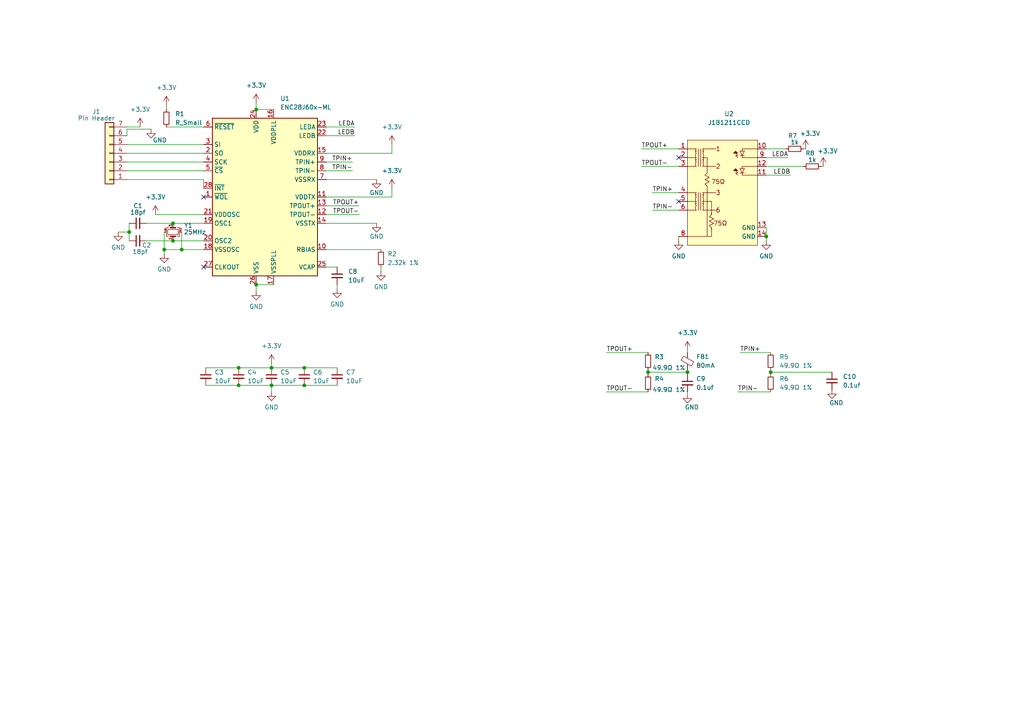
<source format=kicad_sch>
(kicad_sch (version 20211123) (generator eeschema)
  (paper "A4")
  (lib_symbols
    (symbol "Connector_Generic:Conn_01x07" (pin_names (offset 1.016) hide)
      (property "Reference" "J" (at 0 10.16 0))
      (property "Value" "Conn_01x07" (at 0 -10.16 0))
      (symbol "Conn_01x07_1_1"
        (rectangle (start -1.27 -7.493) (end 0 -7.747) (stroke (width 0.1524)))
        (rectangle (start -1.27 -4.953) (end 0 -5.207) (stroke (width 0.1524)))
        (rectangle (start -1.27 -2.413) (end 0 -2.667) (stroke (width 0.1524)))
        (rectangle (start -1.27 0.127) (end 0 -0.127) (stroke (width 0.1524)))
        (rectangle (start -1.27 2.667) (end 0 2.413) (stroke (width 0.1524)))
        (rectangle (start -1.27 5.207) (end 0 4.953) (stroke (width 0.1524)))
        (rectangle (start -1.27 7.747) (end 0 7.493) (stroke (width 0.1524)))
        (rectangle (start -1.27 8.89) (end 1.27 -8.89) (stroke (width 0.254)) (fill (type background)))
        (pin passive line (at -5.08 7.62 0) (length 3.81) (name "Pin_1") (number "1"))
        (pin passive line (at -5.08 5.08 0) (length 3.81) (name "Pin_2") (number "2"))
        (pin passive line (at -5.08 2.54 0) (length 3.81) (name "Pin_3") (number "3"))
        (pin passive line (at -5.08 0 0) (length 3.81) (name "Pin_4") (number "4"))
        (pin passive line (at -5.08 -2.54 0) (length 3.81) (name "Pin_5") (number "5"))
        (pin passive line (at -5.08 -5.08 0) (length 3.81) (name "Pin_6") (number "6"))
        (pin passive line (at -5.08 -7.62 0) (length 3.81) (name "Pin_7") (number "7"))
      )
    )
    (symbol "Device:C_Small" (pin_numbers hide) (pin_names (offset 0.254) hide)
      (property "Reference" "C" (at 0.254 1.778 0))
      (property "Value" "C_Small" (at 0.254 -2.032 0))
      (symbol "C_Small_0_1"
        (polyline (pts (xy -1.524 -0.508) (xy 1.524 -0.508)) (stroke (width 0.3302)))
        (polyline (pts (xy -1.524 0.508) (xy 1.524 0.508)) (stroke (width 0.3048)))
      )
      (symbol "C_Small_1_1"
        (pin passive line (at 0 2.54 270) (length 2.032) (name "~") (number "1"))
        (pin passive line (at 0 -2.54 90) (length 2.032) (name "~") (number "2"))
      )
    )
    (symbol "Device:Crystal_GND24_Small" (pin_names (offset 1.016) hide)
      (property "Reference" "Y" (at 1.27 4.445 0))
      (property "Value" "Crystal_GND24_Small" (at 1.27 2.54 0))
      (symbol "Crystal_GND24_Small_0_1"
        (rectangle (start -0.762 -1.524) (end 0.762 1.524))
        (polyline (pts (xy -1.27 -0.762) (xy -1.27 0.762)) (stroke (width 0.381)))
        (polyline (pts (xy 1.27 -0.762) (xy 1.27 0.762)) (stroke (width 0.381)))
        (polyline (pts (xy -1.27 -1.27) (xy -1.27 -1.905) (xy 1.27 -1.905) (xy 1.27 -1.27)))
        (polyline (pts (xy -1.27 1.27) (xy -1.27 1.905) (xy 1.27 1.905) (xy 1.27 1.27)))
      )
      (symbol "Crystal_GND24_Small_1_1"
        (pin passive line (at -2.54 0 0) (length 1.27) (name "1") (number "1"))
        (pin passive line (at 0 -2.54 90) (length 0.635) (name "2") (number "2"))
        (pin passive line (at 2.54 0 180) (length 1.27) (name "3") (number "3"))
        (pin passive line (at 0 2.54 270) (length 0.635) (name "4") (number "4"))
      )
    )
    (symbol "Device:FerriteBead_Small" (pin_numbers hide) (pin_names (offset 0))
      (property "Reference" "FB" (at 1.905 1.27 0))
      (property "Value" "FerriteBead_Small" (at 1.905 -1.27 0))
      (symbol "FerriteBead_Small_0_1"
        (polyline (pts (xy 0 -1.27) (xy 0 -0.7874)))
        (polyline (pts (xy 0 0.889) (xy 0 1.2954)))
        (polyline (pts (xy -1.8288 0.2794) (xy -1.1176 1.4986) (xy 1.8288 -0.2032) (xy 1.1176 -1.4224) (xy -1.8288 0.2794)))
      )
      (symbol "FerriteBead_Small_1_1"
        (pin passive line (at 0 2.54 270) (length 1.27) (name "~") (number "1"))
        (pin passive line (at 0 -2.54 90) (length 1.27) (name "~") (number "2"))
      )
    )
    (symbol "Device:R_Small" (pin_numbers hide) (pin_names (offset 0.254) hide)
      (property "Reference" "R" (at 0.762 0.508 0))
      (property "Value" "R_Small" (at 0.762 -1.016 0))
      (symbol "R_Small_0_1"
        (rectangle (start -0.762 1.778) (end 0.762 -1.778) (stroke (width 0.2032)))
      )
      (symbol "R_Small_1_1"
        (pin passive line (at 0 2.54 270) (length 0.762) (name "~") (number "1"))
        (pin passive line (at 0 -2.54 90) (length 0.762) (name "~") (number "2"))
      )
    )
    (symbol "Interface_Ethernet:ENC28J60x-ML"
      (property "Reference" "U" (at -13.97 24.13 0))
      (property "Value" "ENC28J60x-ML" (at 5.08 24.13 0))
      (symbol "ENC28J60x-ML_0_1"
        (rectangle (start -15.24 22.86) (end 15.24 -22.86) (stroke (width 0.254)) (fill (type background)))
      )
      (symbol "ENC28J60x-ML_1_1"
        (pin output line (at -17.78 0 0) (length 2.54) (name "~{WOL}") (number "1"))
        (pin input line (at 17.78 -15.24 180) (length 2.54) (name "RBIAS") (number "10"))
        (pin power_in line (at 17.78 0 180) (length 2.54) (name "VDDTX") (number "11"))
        (pin output line (at 17.78 -5.08 180) (length 2.54) (name "TPOUT-") (number "12"))
        (pin output line (at 17.78 -2.54 180) (length 2.54) (name "TPOUT+") (number "13"))
        (pin power_out line (at 17.78 -7.62 180) (length 2.54) (name "VSSTX") (number "14"))
        (pin power_in line (at 17.78 12.7 180) (length 2.54) (name "VDDRX") (number "15"))
        (pin power_in line (at 2.54 25.4 270) (length 2.54) (name "VDDPLL") (number "16"))
        (pin power_in line (at 2.54 -25.4 90) (length 2.54) (name "VSSPLL") (number "17"))
        (pin power_in line (at -17.78 -15.24 0) (length 2.54) (name "VSSOSC") (number "18"))
        (pin input line (at -17.78 -7.62 0) (length 2.54) (name "OSC1") (number "19"))
        (pin output line (at -17.78 12.7 0) (length 2.54) (name "SO") (number "2"))
        (pin output line (at -17.78 -12.7 0) (length 2.54) (name "OSC2") (number "20"))
        (pin power_in line (at -17.78 -5.08 0) (length 2.54) (name "VDDOSC") (number "21"))
        (pin output line (at 17.78 17.78 180) (length 2.54) (name "LEDB") (number "22"))
        (pin output line (at 17.78 20.32 180) (length 2.54) (name "LEDA") (number "23"))
        (pin power_in line (at -2.54 25.4 270) (length 2.54) (name "VDD") (number "24"))
        (pin input line (at 17.78 -20.32 180) (length 2.54) (name "VCAP") (number "25"))
        (pin power_in line (at -2.54 -25.4 90) (length 2.54) (name "VSS") (number "26"))
        (pin output line (at -17.78 -20.32 0) (length 2.54) (name "CLKOUT") (number "27"))
        (pin output line (at -17.78 2.54 0) (length 2.54) (name "~{INT}") (number "28"))
        (pin input line (at -17.78 15.24 0) (length 2.54) (name "SI") (number "3"))
        (pin input line (at -17.78 10.16 0) (length 2.54) (name "SCK") (number "4"))
        (pin input line (at -17.78 7.62 0) (length 2.54) (name "~{CS}") (number "5"))
        (pin input line (at -17.78 20.32 0) (length 2.54) (name "~{RESET}") (number "6"))
        (pin power_out line (at 17.78 5.08 180) (length 2.54) (name "VSSRX") (number "7"))
        (pin input line (at 17.78 7.62 180) (length 2.54) (name "TPIN-") (number "8"))
        (pin input line (at 17.78 10.16 180) (length 2.54) (name "TPIN+") (number "9"))
      )
    )
    (symbol "customParts:J1B1211CCD"
      (property "Reference" "U" (at -2.54 10.16 0))
      (property "Value" "J1B1211CCD" (at -2.54 10.16 0))
      (symbol "J1B1211CCD_0_0"
        (polyline (pts (xy 2.54 5.08) (xy 2.54 5.08)))
        (polyline (pts (xy 5.08 5.08) (xy 5.08 5.08)))
        (polyline (pts (xy 7.62 5.08) (xy 7.62 5.08)))
        (polyline (pts (xy 8.255 -11.43) (xy 8.255 -25.4)))
        (polyline (pts (xy 8.255 -2.54) (xy 8.255 -6.35)))
        (polyline (pts (xy 9.525 -19.05) (xy 9.525 -15.24)))
        (polyline (pts (xy 18.415 -6.985) (xy 17.78 -5.715)) (fill (type outline)))
        (polyline (pts (xy 18.415 -6.985) (xy 18.415 -7.62)))
        (polyline (pts (xy 18.415 -5.715) (xy 17.78 -5.715)))
        (polyline (pts (xy 18.415 -5.715) (xy 19.05 -5.715)))
        (polyline (pts (xy 18.415 -5.08) (xy 18.415 -5.715)))
        (polyline (pts (xy 18.415 -1.905) (xy 17.78 -0.635)) (fill (type outline)))
        (polyline (pts (xy 18.415 -1.905) (xy 18.415 -2.54)))
        (polyline (pts (xy 18.415 -0.635) (xy 17.78 -0.635)))
        (polyline (pts (xy 18.415 -0.635) (xy 19.05 -0.635)))
        (polyline (pts (xy 18.415 0) (xy 18.415 -0.635)))
        (polyline (pts (xy 19.05 -6.985) (xy 17.78 -6.985)))
        (polyline (pts (xy 19.05 -5.715) (xy 18.415 -6.985)))
        (polyline (pts (xy 19.05 -1.905) (xy 17.78 -1.905)))
        (polyline (pts (xy 19.05 -0.635) (xy 18.415 -1.905)))
        (polyline (pts (xy 22.86 -7.62) (xy 18.415 -7.62)))
        (polyline (pts (xy 22.86 -5.08) (xy 18.415 -5.08)))
        (polyline (pts (xy 22.86 -2.54) (xy 18.415 -2.54)))
        (polyline (pts (xy 22.86 0) (xy 18.415 0)))
        (polyline (pts (xy 26.67 -1.27) (xy 26.67 -1.27)))
        (polyline (pts (xy 2.54 -25.4) (xy 9.525 -25.4) (xy 9.525 -22.86)))
        (polyline (pts (xy 17.145 -7.62) (xy 16.51 -6.985) (xy 17.145 -6.985) (xy 16.51 -6.35)))
        (polyline (pts (xy 17.145 -2.54) (xy 16.51 -1.905) (xy 17.145 -1.905) (xy 16.51 -1.27)))
        (polyline (pts (xy 16.51 -6.35) (xy 17.145 -6.35) (xy 16.51 -5.715) (xy 15.875 -6.35) (xy 16.51 -6.35)) (fill (type outline)))
        (polyline (pts (xy 16.51 -1.27) (xy 17.145 -1.27) (xy 16.51 -0.635) (xy 15.875 -1.27) (xy 16.51 -1.27)) (fill (type outline)))
        (polyline (pts (xy 8.255 -6.35) (xy 8.255 -6.985) (xy 7.62 -7.62) (xy 8.89 -8.255) (xy 7.62 -8.89) (xy 8.89 -9.525) (xy 7.62 -10.16) (xy 8.255 -10.795) (xy 8.255 -11.43)))
        (polyline (pts (xy 9.525 -18.415) (xy 9.525 -19.05) (xy 8.89 -19.685) (xy 10.16 -20.32) (xy 8.89 -20.955) (xy 10.16 -21.59) (xy 8.89 -22.225) (xy 9.525 -22.86) (xy 9.525 -23.495)))
        (rectangle (start 2.54 2.54) (end 22.86 -27.94) (fill (type background)))
        (text "1" (at 11.43 0 0) (effects (font (size 1.27 1.27))))
        (text "2" (at 11.43 -5.08 0) (effects (font (size 1.27 1.27))))
        (text "3" (at 11.43 -12.7 0) (effects (font (size 1.27 1.27))))
        (text "6" (at 11.43 -17.78 0) (effects (font (size 1.27 1.27))))
        (text "75Ω" (at 11.43 -9.525 0) (effects (font (size 1.27 1.27))))
        (text "75Ω" (at 12.065 -21.59 0) (effects (font (size 1.27 1.27))))
        (pin input line (at 0 0 0) (length 2.54) (name "") (number "1"))
        (pin input line (at 25.4 0 180) (length 2.54) (name "") (number "10"))
        (pin output line (at 25.4 -7.62 180) (length 2.54) (name "") (number "11"))
        (pin input line (at 25.4 -5.08 180) (length 2.54) (name "") (number "12"))
        (pin power_in line (at 25.4 -22.86 180) (length 2.54) (name "GND") (number "13"))
        (pin power_in line (at 25.4 -25.4 180) (length 2.54) (name "GND") (number "14"))
        (pin input line (at 0 -2.54 0) (length 2.54) (name "") (number "2"))
        (pin input line (at 0 -5.08 0) (length 2.54) (name "") (number "3"))
        (pin input line (at 0 -12.7 0) (length 2.54) (name "") (number "4"))
        (pin input line (at 0 -15.24 0) (length 2.54) (name "") (number "5"))
        (pin input line (at 0 -17.78 0) (length 2.54) (name "") (number "6"))
        (pin power_in line (at 0 -25.4 0) (length 2.54) (name "") (number "8"))
        (pin output line (at 25.4 -2.54 180) (length 2.54) (name "") (number "9"))
      )
      (symbol "J1B1211CCD_0_1"
        (polyline (pts (xy 2.54 -17.78) (xy 5.08 -17.78)))
        (polyline (pts (xy 2.54 -5.08) (xy 5.08 -5.08)))
        (polyline (pts (xy 5.08 -15.24) (xy 2.54 -15.24)))
        (polyline (pts (xy 5.08 -12.7) (xy 2.54 -12.7)))
        (polyline (pts (xy 5.08 -2.54) (xy 2.54 -2.54)))
        (polyline (pts (xy 5.08 0) (xy 2.54 0)))
        (polyline (pts (xy 5.715 -12.7) (xy 5.715 -17.78)))
        (polyline (pts (xy 5.715 0) (xy 5.715 -5.08)))
        (polyline (pts (xy 6.35 -12.7) (xy 6.35 -17.78)))
        (polyline (pts (xy 6.35 0) (xy 6.35 -5.08)))
        (polyline (pts (xy 8.255 -2.54) (xy 6.985 -2.54)))
        (polyline (pts (xy 9.525 -17.78) (xy 6.985 -17.78)))
        (polyline (pts (xy 9.525 -15.24) (xy 6.985 -15.24)))
        (polyline (pts (xy 9.525 -12.7) (xy 6.985 -12.7)))
        (polyline (pts (xy 9.525 -5.08) (xy 6.985 -5.08)))
        (polyline (pts (xy 9.525 0) (xy 6.985 0)))
        (polyline (pts (xy 10.795 -17.78) (xy 9.525 -17.78)))
        (polyline (pts (xy 10.795 -12.7) (xy 9.525 -12.7)))
        (polyline (pts (xy 10.795 -5.08) (xy 9.525 -5.08)))
        (polyline (pts (xy 10.795 0) (xy 9.525 0)))
        (arc (start 5.08 -16.51) (mid 3.547 -17.145) (end 5.08 -17.78))
        (circle (center 5.08 -15.875) (radius 0.0001))
        (arc (start 5.08 -15.24) (mid 3.547 -15.875) (end 5.08 -16.51))
        (arc (start 5.08 -13.97) (mid 3.547 -14.605) (end 5.08 -15.24))
        (circle (center 5.08 -13.335) (radius 0.0001))
        (arc (start 5.08 -12.7) (mid 3.547 -13.335) (end 5.08 -13.97))
        (arc (start 5.08 -3.81) (mid 3.547 -4.445) (end 5.08 -5.08))
        (circle (center 5.08 -3.175) (radius 0.0001))
        (arc (start 5.08 -2.54) (mid 3.547 -3.175) (end 5.08 -3.81))
        (arc (start 5.08 -1.27) (mid 3.547 -1.905) (end 5.08 -2.54))
        (circle (center 5.08 -0.635) (radius 0.0001))
        (arc (start 5.08 0) (mid 3.547 -0.635) (end 5.08 -1.27))
        (arc (start 6.985 -17.78) (mid 8.518 -17.145) (end 6.985 -16.51))
        (arc (start 6.985 -16.51) (mid 8.518 -15.875) (end 6.985 -15.24))
        (circle (center 6.985 -15.875) (radius 0.0001))
        (arc (start 6.985 -15.24) (mid 8.518 -14.605) (end 6.985 -13.97))
        (arc (start 6.985 -13.97) (mid 8.518 -13.335) (end 6.985 -12.7))
        (circle (center 6.985 -13.335) (radius 0.0001))
        (arc (start 6.985 -5.08) (mid 8.518 -4.445) (end 6.985 -3.81))
        (arc (start 6.985 -3.81) (mid 8.518 -3.175) (end 6.985 -2.54))
        (circle (center 6.985 -3.175) (radius 0.0001))
        (arc (start 6.985 -2.54) (mid 8.518 -1.905) (end 6.985 -1.27))
        (arc (start 6.985 -1.27) (mid 8.518 -0.635) (end 6.985 0))
        (circle (center 6.985 -0.635) (radius 0.0001))
      )
    )
    (symbol "power:+3.3V" (power) (pin_names (offset 0))
      (property "Value" "+3.3V" (at 0 3.556 0))
      (symbol "+3.3V_0_1"
        (polyline (pts (xy -0.762 1.27) (xy 0 2.54)))
        (polyline (pts (xy 0 0) (xy 0 2.54)))
        (polyline (pts (xy 0 2.54) (xy 0.762 1.27)))
      )
      (symbol "+3.3V_1_1"
        (pin power_in line (at 0 0 90) (length 0) hide (name "+3.3V") (number "1"))
      )
    )
    (symbol "power:GND" (power) (pin_names (offset 0))
      (property "Value" "GND" (at 0 -3.81 0))
      (symbol "GND_0_1"
        (polyline (pts (xy 0 0) (xy 0 -1.27) (xy 1.27 -1.27) (xy 0 -2.54) (xy -1.27 -1.27) (xy 0 -1.27)))
      )
      (symbol "GND_1_1"
        (pin power_in line (at 0 0 270) (length 0) hide (name "GND") (number "1"))
      )
    )
  )
  (junction (at 52.705 72.39))
  (junction (at 47.625 72.39))
  (junction (at 88.265 106.68))
  (junction (at 78.74 106.68))
  (junction (at 74.295 82.55))
  (junction (at 50.165 69.85))
  (junction (at 50.165 64.77))
  (junction (at 199.39 107.95))
  (junction (at 187.96 107.95))
  (junction (at 74.295 31.75))
  (junction (at 223.52 107.95))
  (junction (at 69.215 111.76))
  (junction (at 69.215 106.68))
  (junction (at 37.465 67.31))
  (junction (at 78.74 111.76))
  (junction (at 88.265 111.76))
  (junction (at 222.25 68.58))
  (no_connect (at 196.85 45.72))
  (no_connect (at 196.85 58.42))
  (no_connect (at 59.055 77.47))
  (no_connect (at 59.055 57.15))
  (wire (pts (xy 36.83 52.07) (xy 59.055 52.07)))
  (wire (pts (xy 199.39 107.315) (xy 199.39 107.95)))
  (wire (pts (xy 78.74 105.41) (xy 78.74 106.68)))
  (wire (pts (xy 187.96 107.315) (xy 187.96 107.95)))
  (wire (pts (xy 222.25 68.58) (xy 222.25 69.85)))
  (wire (pts (xy 214.63 102.235) (xy 223.52 102.235)))
  (wire (pts (xy 223.52 107.95) (xy 241.3 107.95)))
  (wire (pts (xy 94.615 52.07) (xy 109.22 52.07)))
  (wire (pts (xy 222.25 50.8) (xy 229.235 50.8)))
  (wire (pts (xy 36.83 41.91) (xy 59.055 41.91)))
  (wire (pts (xy 233.045 43.18) (xy 233.68 43.18)))
  (wire (pts (xy 52.705 72.39) (xy 59.055 72.39)))
  (wire (pts (xy 34.29 67.31) (xy 37.465 67.31)))
  (wire (pts (xy 59.69 111.76) (xy 69.215 111.76)))
  (wire (pts (xy 196.85 68.58) (xy 196.85 69.85)))
  (wire (pts (xy 223.52 107.95) (xy 223.52 108.585)))
  (wire (pts (xy 94.615 64.77) (xy 109.22 64.77)))
  (wire (pts (xy 223.52 107.315) (xy 223.52 107.95)))
  (wire (pts (xy 97.79 82.55) (xy 97.79 83.82)))
  (wire (pts (xy 94.615 46.99) (xy 102.235 46.99)))
  (wire (pts (xy 88.265 106.68) (xy 97.79 106.68)))
  (wire (pts (xy 94.615 44.45) (xy 113.665 44.45)))
  (wire (pts (xy 42.545 64.77) (xy 50.165 64.77)))
  (wire (pts (xy 113.665 41.91) (xy 113.665 44.45)))
  (wire (pts (xy 199.39 114.3) (xy 199.39 113.665)))
  (wire (pts (xy 94.615 36.83) (xy 102.87 36.83)))
  (wire (pts (xy 222.25 45.72) (xy 228.6 45.72)))
  (wire (pts (xy 36.83 44.45) (xy 59.055 44.45)))
  (wire (pts (xy 36.83 49.53) (xy 59.055 49.53)))
  (wire (pts (xy 186.055 48.26) (xy 196.85 48.26)))
  (wire (pts (xy 74.295 82.55) (xy 79.375 82.55)))
  (wire (pts (xy 238.125 48.26) (xy 238.76 48.26)))
  (wire (pts (xy 94.615 39.37) (xy 102.87 39.37)))
  (wire (pts (xy 36.83 37.465) (xy 36.83 39.37)))
  (wire (pts (xy 199.39 101.6) (xy 199.39 102.235)))
  (wire (pts (xy 52.705 67.31) (xy 52.705 72.39)))
  (wire (pts (xy 199.39 107.95) (xy 199.39 108.585)))
  (wire (pts (xy 50.165 64.77) (xy 59.055 64.77)))
  (wire (pts (xy 74.295 31.75) (xy 79.375 31.75)))
  (wire (pts (xy 78.74 111.76) (xy 88.265 111.76)))
  (wire (pts (xy 37.465 64.77) (xy 37.465 67.31)))
  (wire (pts (xy 42.545 69.85) (xy 50.165 69.85)))
  (wire (pts (xy 88.265 111.76) (xy 97.79 111.76)))
  (wire (pts (xy 50.165 69.85) (xy 59.055 69.85)))
  (wire (pts (xy 187.96 107.95) (xy 187.96 108.585)))
  (wire (pts (xy 69.215 111.76) (xy 78.74 111.76)))
  (wire (pts (xy 94.615 62.23) (xy 104.14 62.23)))
  (wire (pts (xy 47.625 72.39) (xy 52.705 72.39)))
  (wire (pts (xy 175.895 102.235) (xy 187.96 102.235)))
  (wire (pts (xy 110.49 77.47) (xy 110.49 78.74)))
  (wire (pts (xy 36.83 46.99) (xy 59.055 46.99)))
  (wire (pts (xy 78.74 111.76) (xy 78.74 113.665)))
  (wire (pts (xy 213.995 113.665) (xy 223.52 113.665)))
  (wire (pts (xy 187.96 107.95) (xy 199.39 107.95)))
  (wire (pts (xy 78.74 106.68) (xy 88.265 106.68)))
  (wire (pts (xy 94.615 59.69) (xy 104.14 59.69)))
  (wire (pts (xy 48.26 36.83) (xy 59.055 36.83)))
  (wire (pts (xy 94.615 49.53) (xy 102.235 49.53)))
  (wire (pts (xy 186.055 43.18) (xy 196.85 43.18)))
  (wire (pts (xy 222.25 48.26) (xy 233.045 48.26)))
  (wire (pts (xy 36.83 36.83) (xy 40.64 36.83)))
  (wire (pts (xy 47.625 67.31) (xy 47.625 72.39)))
  (wire (pts (xy 94.615 72.39) (xy 110.49 72.39)))
  (wire (pts (xy 222.25 66.04) (xy 222.25 68.58)))
  (wire (pts (xy 37.465 67.31) (xy 37.465 69.85)))
  (wire (pts (xy 94.615 77.47) (xy 97.79 77.47)))
  (wire (pts (xy 222.25 43.18) (xy 227.965 43.18)))
  (wire (pts (xy 69.215 106.68) (xy 78.74 106.68)))
  (wire (pts (xy 175.895 113.665) (xy 187.96 113.665)))
  (wire (pts (xy 48.26 30.48) (xy 48.26 31.75)))
  (wire (pts (xy 113.665 54.61) (xy 113.665 57.15)))
  (wire (pts (xy 94.615 57.15) (xy 113.665 57.15)))
  (wire (pts (xy 36.83 37.465) (xy 43.815 37.465)))
  (wire (pts (xy 74.295 82.55) (xy 74.295 84.455)))
  (wire (pts (xy 47.625 72.39) (xy 47.625 73.66)))
  (wire (pts (xy 59.69 106.68) (xy 69.215 106.68)))
  (wire (pts (xy 189.23 60.96) (xy 196.85 60.96)))
  (wire (pts (xy 189.23 55.88) (xy 196.85 55.88)))
  (wire (pts (xy 74.295 29.845) (xy 74.295 31.75)))
  (wire (pts (xy 45.085 62.23) (xy 59.055 62.23)))
  (wire (pts (xy 59.055 52.07) (xy 59.055 54.61)))
  (label "LEDB" (at 102.87 39.37 180))
  (label "TPOUT+" (at 186.055 43.18 0))
  (label "TPOUT-" (at 186.055 48.26 0))
  (label "LEDA" (at 228.6 45.72 180))
  (label "TPOUT-" (at 104.14 62.23 180))
  (label "TPIN+" (at 189.23 55.88 0))
  (label "TPIN+" (at 102.235 46.99 180))
  (label "TPOUT+" (at 175.895 102.235 0))
  (label "TPOUT-" (at 175.895 113.665 0))
  (label "TPIN-" (at 189.23 60.96 0))
  (label "TPOUT+" (at 104.14 59.69 180))
  (label "LEDA" (at 102.87 36.83 180))
  (label "LEDB" (at 229.235 50.8 180))
  (label "TPIN+" (at 214.63 102.235 0))
  (label "TPIN-" (at 213.995 113.665 0))
  (label "TPIN-" (at 102.235 49.53 180))
  (symbol (lib_id "Device:R_Small") (at 223.52 111.125 0) (unit 1)
    (property "Reference" "R6" (at 226.06 109.8549 0) (effects (justify left)))
    (property "Value" "49.9Ω 1%" (at 226.06 112.3949 0) (effects (justify left)))
    (property "Footprint" "Resistor_SMD:R_0805_2012Metric" (effects hide))
  )
  (symbol (lib_id "Device:FerriteBead_Small") (at 199.39 104.775 0) (unit 1)
    (property "Reference" "FB1" (at 201.93 103.4668 0) (effects (justify left)))
    (property "Value" "80mA" (at 201.93 106.0068 0) (effects (justify left)))
    (property "Footprint" "Resistor_SMD:R_0805_2012Metric" (effects hide))
  )
  (symbol (lib_id "Connector_Generic:Conn_01x07") (at 31.75 44.45 180) (unit 1)
    (property "Reference" "J1" (at 27.94 32.385 0))
    (property "Value" "Pin Header" (at 27.94 34.29 0))
    (property "Footprint" "Connector_PinHeader_2.54mm:PinHeader_1x07_P2.54mm_Vertical" (effects hide))
  )
  (symbol (lib_id "Interface_Ethernet:ENC28J60x-ML") (at 76.835 57.15 0) (unit 1)
    (property "Reference" "U1" (at 81.28 28.575 0) (effects (justify left)))
    (property "Value" "ENC28J60x-ML" (at 81.28 31.115 0) (effects (justify left)))
    (property "Footprint" "Package_DFN_QFN:QFN-28-1EP_6x6mm_P0.65mm_EP4.25x4.25mm" (effects hide))
    (property "Datasheet" "http://ww1.microchip.com/downloads/en/devicedoc/39662e.pdf" (effects hide))
  )
  (symbol (lib_id "power:GND") (at 109.22 52.07 0) (unit 1)
    (property "Reference" "#PWR0114" (effects hide))
    (property "Value" "GND" (at 109.22 55.88 0))
  )
  (symbol (lib_id "Device:R_Small") (at 187.96 104.775 0) (unit 1)
    (property "Reference" "R3" (at 189.865 103.5049 0) (effects (justify left)))
    (property "Value" "49.9Ω 1%" (at 189.23 106.68 0) (effects (justify left)))
    (property "Footprint" "Resistor_SMD:R_0805_2012Metric" (effects hide))
  )
  (symbol (lib_id "Device:R_Small") (at 48.26 34.29 0) (unit 1)
    (property "Reference" "R1" (at 50.8 33.0199 0) (effects (justify left)))
    (property "Value" "R_Small" (at 50.8 35.5599 0) (effects (justify left)))
    (property "Footprint" "Resistor_SMD:R_0805_2012Metric" (effects hide))
  )
  (symbol (lib_id "power:GND") (at 110.49 78.74 0) (unit 1)
    (property "Reference" "#PWR0112" (effects hide))
    (property "Value" "GND" (at 110.49 83.185 0))
  )
  (symbol (lib_id "power:GND") (at 43.815 37.465 0) (unit 1)
    (property "Reference" "#PWR0107" (effects hide))
    (property "Value" "GND" (at 46.355 40.64 0))
  )
  (symbol (lib_id "power:+3.3V") (at 78.74 105.41 0) (unit 1)
    (property "Reference" "#PWR0122" (effects hide))
    (property "Value" "+3.3V" (at 78.74 100.33 0))
  )
  (symbol (lib_id "Device:C_Small") (at 40.005 69.85 90) (unit 1)
    (property "Reference" "C2" (at 42.545 71.12 90))
    (property "Value" "18pf" (at 40.64 73.025 90))
    (property "Footprint" "Capacitor_SMD:C_0402_1005Metric" (effects hide))
  )
  (symbol (lib_id "Device:C_Small") (at 199.39 111.125 0) (unit 1)
    (property "Reference" "C9" (at 201.93 109.8612 0) (effects (justify left)))
    (property "Value" "0.1uf" (at 201.93 112.4012 0) (effects (justify left)))
    (property "Footprint" "Capacitor_SMD:C_0805_2012Metric" (effects hide))
  )
  (symbol (lib_id "power:GND") (at 199.39 114.3 0) (unit 1)
    (property "Reference" "#PWR0101" (effects hide))
    (property "Value" "GND" (at 200.66 118.11 0))
  )
  (symbol (lib_id "Device:R_Small") (at 230.505 43.18 90) (unit 1)
    (property "Reference" "R7" (at 229.87 39.37 90))
    (property "Value" "1k" (at 230.505 41.275 90))
    (property "Footprint" "Resistor_SMD:R_0805_2012Metric" (effects hide))
  )
  (symbol (lib_id "power:+3.3V") (at 74.295 29.845 0) (unit 1)
    (property "Reference" "#PWR0105" (effects hide))
    (property "Value" "+3.3V" (at 74.295 24.765 0))
  )
  (symbol (lib_id "Device:C_Small") (at 78.74 109.22 0) (unit 1)
    (property "Reference" "C5" (at 81.28 107.9562 0) (effects (justify left)))
    (property "Value" "10uF" (at 81.28 110.4962 0) (effects (justify left)))
    (property "Footprint" "Capacitor_SMD:C_0805_2012Metric" (effects hide))
  )
  (symbol (lib_id "power:+3.3V") (at 199.39 101.6 0) (unit 1)
    (property "Reference" "#PWR0118" (effects hide))
    (property "Value" "+3.3V" (at 199.39 96.52 0))
  )
  (symbol (lib_id "Device:R_Small") (at 110.49 74.93 0) (unit 1)
    (property "Reference" "R2" (at 112.395 73.6599 0) (effects (justify left)))
    (property "Value" "2.32k 1%" (at 112.395 76.1999 0) (effects (justify left)))
    (property "Footprint" "Resistor_SMD:R_0805_2012Metric" (effects hide))
  )
  (symbol (lib_id "power:+3.3V") (at 233.68 43.18 0) (unit 1)
    (property "Reference" "#PWR0120" (effects hide))
    (property "Value" "+3.3V" (at 234.95 38.735 0))
  )
  (symbol (lib_id "Device:R_Small") (at 187.96 111.125 0) (unit 1)
    (property "Reference" "R4" (at 189.865 109.8549 0) (effects (justify left)))
    (property "Value" "49.9Ω 1%" (at 189.23 113.03 0) (effects (justify left)))
    (property "Footprint" "Resistor_SMD:R_0805_2012Metric" (effects hide))
  )
  (symbol (lib_id "power:GND") (at 97.79 83.82 0) (unit 1)
    (property "Reference" "#PWR0111" (effects hide))
    (property "Value" "GND" (at 97.79 88.265 0))
  )
  (symbol (lib_id "customParts:J1B1211CCD") (at 196.85 43.18 0) (unit 1)
    (property "Reference" "U2" (at 211.455 33.02 0))
    (property "Value" "J1B1211CCD" (at 211.455 35.56 0))
    (property "Footprint" "customParts:J1B1211CCD" (effects hide))
  )
  (symbol (lib_id "power:GND") (at 34.29 67.31 0) (unit 1)
    (property "Reference" "#PWR0108" (effects hide))
    (property "Value" "GND" (at 34.29 71.755 0))
  )
  (symbol (lib_id "Device:Crystal_GND24_Small") (at 50.165 67.31 90) (unit 1)
    (property "Reference" "Y1" (at 54.61 65.405 90))
    (property "Value" "25MHz" (at 56.515 67.31 90))
    (property "Footprint" "Crystal:Crystal_SMD_3225-4Pin_3.2x2.5mm" (effects hide))
  )
  (symbol (lib_id "Device:C_Small") (at 88.265 109.22 0) (unit 1)
    (property "Reference" "C6" (at 90.805 107.9562 0) (effects (justify left)))
    (property "Value" "10uF" (at 90.805 110.4962 0) (effects (justify left)))
    (property "Footprint" "Capacitor_SMD:C_0805_2012Metric" (effects hide))
  )
  (symbol (lib_id "power:GND") (at 196.85 69.85 0) (unit 1)
    (property "Reference" "#PWR0117" (effects hide))
    (property "Value" "GND" (at 196.85 74.295 0))
  )
  (symbol (lib_id "power:+3.3V") (at 40.64 36.83 0) (unit 1)
    (property "Reference" "#PWR0109" (effects hide))
    (property "Value" "+3.3V" (at 40.64 31.75 0))
  )
  (symbol (lib_id "power:+3.3V") (at 113.665 54.61 0) (unit 1)
    (property "Reference" "#PWR0115" (effects hide))
    (property "Value" "+3.3V" (at 113.665 49.53 0))
  )
  (symbol (lib_id "Device:C_Small") (at 241.3 110.49 0) (unit 1)
    (property "Reference" "C10" (at 244.475 109.2262 0) (effects (justify left)))
    (property "Value" "0.1uf" (at 244.475 111.7662 0) (effects (justify left)))
    (property "Footprint" "Capacitor_SMD:C_0805_2012Metric" (effects hide))
  )
  (symbol (lib_id "power:GND") (at 78.74 113.665 0) (unit 1)
    (property "Reference" "#PWR0121" (effects hide))
    (property "Value" "GND" (at 78.74 118.11 0))
  )
  (symbol (lib_id "Device:R_Small") (at 235.585 48.26 90) (unit 1)
    (property "Reference" "R8" (at 234.95 44.45 90))
    (property "Value" "1k" (at 235.585 46.355 90))
    (property "Footprint" "Resistor_SMD:R_0805_2012Metric" (effects hide))
  )
  (symbol (lib_id "power:+3.3V") (at 238.76 48.26 0) (unit 1)
    (property "Reference" "#PWR0119" (effects hide))
    (property "Value" "+3.3V" (at 240.03 43.815 0))
  )
  (symbol (lib_id "Device:C_Small") (at 69.215 109.22 0) (unit 1)
    (property "Reference" "C4" (at 71.755 107.9562 0) (effects (justify left)))
    (property "Value" "10uF" (at 71.755 110.4962 0) (effects (justify left)))
    (property "Footprint" "Capacitor_SMD:C_0805_2012Metric" (effects hide))
  )
  (symbol (lib_id "power:GND") (at 109.22 64.77 0) (unit 1)
    (property "Reference" "#PWR0113" (effects hide))
    (property "Value" "GND" (at 109.22 68.58 0))
  )
  (symbol (lib_id "power:GND") (at 47.625 73.66 0) (unit 1)
    (property "Reference" "#PWR0102" (effects hide))
    (property "Value" "GND" (at 47.625 78.105 0))
  )
  (symbol (lib_id "power:GND") (at 74.295 84.455 0) (unit 1)
    (property "Reference" "#PWR0103" (effects hide))
    (property "Value" "GND" (at 74.295 88.9 0))
  )
  (symbol (lib_id "power:+3.3V") (at 45.085 62.23 0) (unit 1)
    (property "Reference" "#PWR0106" (effects hide))
    (property "Value" "+3.3V" (at 45.085 57.15 0))
  )
  (symbol (lib_id "Device:C_Small") (at 40.005 64.77 90) (unit 1)
    (property "Reference" "C1" (at 40.005 59.69 90))
    (property "Value" "18pf" (at 40.005 61.595 90))
    (property "Footprint" "Capacitor_SMD:C_0402_1005Metric" (effects hide))
  )
  (symbol (lib_id "Device:C_Small") (at 59.69 109.22 0) (unit 1)
    (property "Reference" "C3" (at 62.23 107.9562 0) (effects (justify left)))
    (property "Value" "10uF" (at 62.23 110.4962 0) (effects (justify left)))
    (property "Footprint" "Capacitor_SMD:C_0805_2012Metric" (effects hide))
  )
  (symbol (lib_id "power:GND") (at 241.3 113.03 0) (unit 1)
    (property "Reference" "#PWR0116" (effects hide))
    (property "Value" "GND" (at 242.57 116.84 0))
  )
  (symbol (lib_id "Device:R_Small") (at 223.52 104.775 0) (unit 1)
    (property "Reference" "R5" (at 226.06 103.5049 0) (effects (justify left)))
    (property "Value" "49.9Ω 1%" (at 226.06 106.0449 0) (effects (justify left)))
    (property "Footprint" "Resistor_SMD:R_0805_2012Metric" (effects hide))
  )
  (symbol (lib_id "power:+3.3V") (at 113.665 41.91 0) (unit 1)
    (property "Reference" "#PWR0110" (effects hide))
    (property "Value" "+3.3V" (at 113.665 36.83 0))
  )
  (symbol (lib_id "power:GND") (at 222.25 69.85 0) (unit 1)
    (property "Reference" "#PWR?" (effects hide))
    (property "Value" "GND" (at 222.25 74.295 0))
  )
  (symbol (lib_id "Device:C_Small") (at 97.79 80.01 0) (unit 1)
    (property "Reference" "C8" (at 100.965 78.7462 0) (effects (justify left)))
    (property "Value" "10uF" (at 100.965 81.2862 0) (effects (justify left)))
    (property "Footprint" "Capacitor_SMD:C_0805_2012Metric" (effects hide))
  )
  (symbol (lib_id "power:+3.3V") (at 48.26 30.48 0) (unit 1)
    (property "Reference" "#PWR0104" (effects hide))
    (property "Value" "+3.3V" (at 48.26 25.4 0))
  )
  (symbol (lib_id "Device:C_Small") (at 97.79 109.22 0) (unit 1)
    (property "Reference" "C7" (at 100.33 107.9562 0) (effects (justify left)))
    (property "Value" "10uF" (at 100.33 110.4962 0) (effects (justify left)))
    (property "Footprint" "Capacitor_SMD:C_0805_2012Metric" (effects hide))
  )
)
</source>
